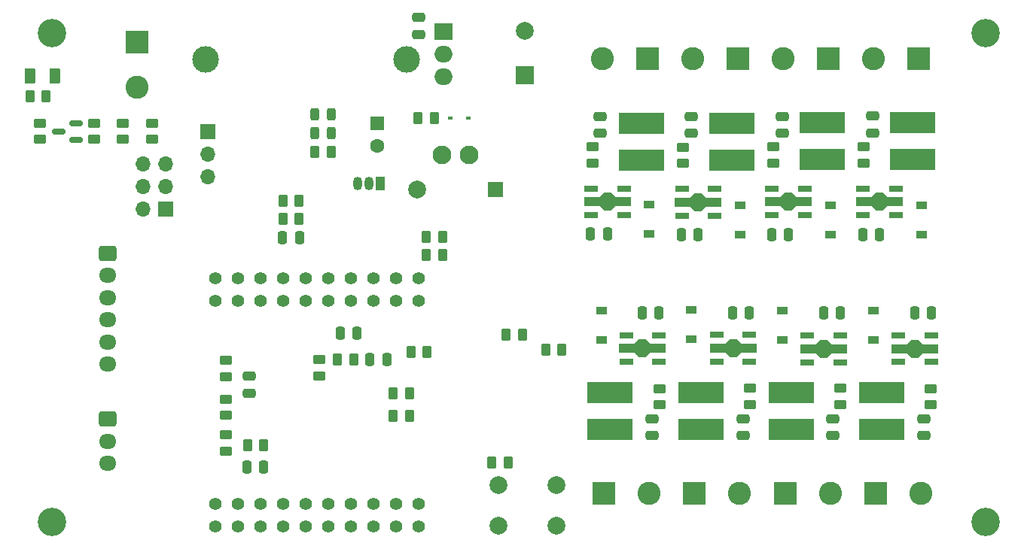
<source format=gts>
G04 #@! TF.GenerationSoftware,KiCad,Pcbnew,6.0.1-79c1e3a40b~116~ubuntu20.04.1*
G04 #@! TF.CreationDate,2022-02-07T23:27:11+01:00*
G04 #@! TF.ProjectId,CC dimmer low voltage,43432064-696d-46d6-9572-206c6f772076,0.996*
G04 #@! TF.SameCoordinates,Original*
G04 #@! TF.FileFunction,Soldermask,Top*
G04 #@! TF.FilePolarity,Negative*
%FSLAX46Y46*%
G04 Gerber Fmt 4.6, Leading zero omitted, Abs format (unit mm)*
G04 Created by KiCad (PCBNEW 6.0.1-79c1e3a40b~116~ubuntu20.04.1) date 2022-02-07 23:27:11*
%MOMM*%
%LPD*%
G01*
G04 APERTURE LIST*
G04 Aperture macros list*
%AMRoundRect*
0 Rectangle with rounded corners*
0 $1 Rounding radius*
0 $2 $3 $4 $5 $6 $7 $8 $9 X,Y pos of 4 corners*
0 Add a 4 corners polygon primitive as box body*
4,1,4,$2,$3,$4,$5,$6,$7,$8,$9,$2,$3,0*
0 Add four circle primitives for the rounded corners*
1,1,$1+$1,$2,$3*
1,1,$1+$1,$4,$5*
1,1,$1+$1,$6,$7*
1,1,$1+$1,$8,$9*
0 Add four rect primitives between the rounded corners*
20,1,$1+$1,$2,$3,$4,$5,0*
20,1,$1+$1,$4,$5,$6,$7,0*
20,1,$1+$1,$6,$7,$8,$9,0*
20,1,$1+$1,$8,$9,$2,$3,0*%
%AMFreePoly0*
4,1,13,0.900000,0.500000,2.600000,0.500000,2.600000,-0.500000,0.900000,-0.500000,0.400000,-1.000000,-0.400000,-1.000000,-0.900000,-0.500000,-2.600000,-0.500000,-2.600000,0.500000,-0.900000,0.500000,-0.400000,1.000000,0.400000,1.000000,0.900000,0.500000,0.900000,0.500000,$1*%
G04 Aperture macros list end*
%ADD10C,3.200000*%
%ADD11R,1.500000X0.700000*%
%ADD12FreePoly0,180.000000*%
%ADD13R,2.600000X2.600000*%
%ADD14C,2.600000*%
%ADD15FreePoly0,0.000000*%
%ADD16R,1.050000X1.500000*%
%ADD17O,1.050000X1.500000*%
%ADD18R,0.600000X0.450000*%
%ADD19R,2.000000X1.905000*%
%ADD20O,2.000000X1.905000*%
%ADD21C,3.000000*%
%ADD22RoundRect,0.250000X0.250000X0.475000X-0.250000X0.475000X-0.250000X-0.475000X0.250000X-0.475000X0*%
%ADD23RoundRect,0.250000X0.475000X-0.250000X0.475000X0.250000X-0.475000X0.250000X-0.475000X-0.250000X0*%
%ADD24RoundRect,0.250000X-0.250000X-0.475000X0.250000X-0.475000X0.250000X0.475000X-0.250000X0.475000X0*%
%ADD25RoundRect,0.250000X-0.475000X0.250000X-0.475000X-0.250000X0.475000X-0.250000X0.475000X0.250000X0*%
%ADD26R,2.000000X2.000000*%
%ADD27C,2.000000*%
%ADD28R,1.200000X0.900000*%
%ADD29RoundRect,0.250000X0.450000X-0.262500X0.450000X0.262500X-0.450000X0.262500X-0.450000X-0.262500X0*%
%ADD30RoundRect,0.250000X-0.450000X0.262500X-0.450000X-0.262500X0.450000X-0.262500X0.450000X0.262500X0*%
%ADD31R,5.100000X2.350000*%
%ADD32RoundRect,0.250000X-0.262500X-0.450000X0.262500X-0.450000X0.262500X0.450000X-0.262500X0.450000X0*%
%ADD33RoundRect,0.250000X0.375000X0.625000X-0.375000X0.625000X-0.375000X-0.625000X0.375000X-0.625000X0*%
%ADD34R,1.600000X1.600000*%
%ADD35C,1.600000*%
%ADD36C,1.400000*%
%ADD37R,1.700000X1.700000*%
%ADD38O,1.700000X1.700000*%
%ADD39RoundRect,0.243750X-0.243750X-0.456250X0.243750X-0.456250X0.243750X0.456250X-0.243750X0.456250X0*%
%ADD40RoundRect,0.250000X-0.725000X0.600000X-0.725000X-0.600000X0.725000X-0.600000X0.725000X0.600000X0*%
%ADD41O,1.950000X1.700000*%
%ADD42RoundRect,0.250000X0.262500X0.450000X-0.262500X0.450000X-0.262500X-0.450000X0.262500X-0.450000X0*%
%ADD43RoundRect,0.150000X0.587500X0.150000X-0.587500X0.150000X-0.587500X-0.150000X0.587500X-0.150000X0*%
%ADD44C,2.100000*%
G04 APERTURE END LIST*
D10*
X207470000Y-62580000D03*
X102470000Y-117580000D03*
X207470000Y-117580000D03*
D11*
X197352000Y-83075000D03*
D12*
X195502000Y-81575000D03*
D11*
X197352000Y-80075000D03*
X193652000Y-80075000D03*
X193652000Y-83075000D03*
X176982000Y-83105000D03*
D12*
X175132000Y-81605000D03*
D11*
X176982000Y-80105000D03*
X173282000Y-80105000D03*
X173282000Y-83105000D03*
D13*
X169452000Y-65467000D03*
D14*
X164372000Y-65467000D03*
D11*
X166772000Y-83065000D03*
D12*
X164922000Y-81565000D03*
D11*
X166772000Y-80065000D03*
X163072000Y-80065000D03*
X163072000Y-83065000D03*
D13*
X179602000Y-65465000D03*
D14*
X174522000Y-65465000D03*
D11*
X167012000Y-96585000D03*
D15*
X168862000Y-98085000D03*
D11*
X167012000Y-99585000D03*
X170712000Y-99585000D03*
X170712000Y-96585000D03*
X177192000Y-96555000D03*
D15*
X179042000Y-98055000D03*
D11*
X177192000Y-99555000D03*
X180892000Y-99555000D03*
X180892000Y-96555000D03*
X187412000Y-96625000D03*
D15*
X189262000Y-98125000D03*
D11*
X187412000Y-99625000D03*
X191112000Y-99625000D03*
X191112000Y-96625000D03*
X197622000Y-96605000D03*
D15*
X199472000Y-98105000D03*
D11*
X197622000Y-99605000D03*
X201322000Y-99605000D03*
X201322000Y-96605000D03*
D13*
X164532000Y-114415000D03*
D14*
X169612000Y-114415000D03*
D13*
X174712000Y-114415000D03*
D14*
X179792000Y-114415000D03*
D13*
X184882000Y-114415000D03*
D14*
X189962000Y-114415000D03*
D13*
X195052000Y-114415000D03*
D14*
X200132000Y-114415000D03*
D13*
X189752000Y-65455000D03*
D14*
X184672000Y-65455000D03*
D16*
X139352000Y-79545000D03*
D17*
X138082000Y-79545000D03*
X136812000Y-79545000D03*
D13*
X199902000Y-65445000D03*
D14*
X194822000Y-65445000D03*
D11*
X187132000Y-83075000D03*
D12*
X185282000Y-81575000D03*
D11*
X187132000Y-80075000D03*
X183432000Y-80075000D03*
X183432000Y-83075000D03*
D18*
X149302000Y-72115000D03*
X147202000Y-72115000D03*
D19*
X146447000Y-62405000D03*
D20*
X146447000Y-64945000D03*
X146447000Y-67485000D03*
D21*
X142292000Y-65545000D03*
X119692000Y-65545000D03*
D22*
X164902000Y-85185000D03*
X163002000Y-85185000D03*
D23*
X164132000Y-73865000D03*
X164132000Y-71965000D03*
D22*
X175112000Y-85255000D03*
X173212000Y-85255000D03*
D23*
X174322000Y-73855000D03*
X174322000Y-71955000D03*
D22*
X185282000Y-85235000D03*
X183382000Y-85235000D03*
D23*
X184542000Y-73845000D03*
X184542000Y-71945000D03*
X194722000Y-73825000D03*
X194722000Y-71925000D03*
D24*
X199472000Y-94065000D03*
X201372000Y-94065000D03*
D25*
X200492000Y-105995000D03*
X200492000Y-107895000D03*
D24*
X189232000Y-94085000D03*
X191132000Y-94085000D03*
D25*
X190262000Y-105985000D03*
X190262000Y-107885000D03*
X180142000Y-105985000D03*
X180142000Y-107885000D03*
D24*
X168802000Y-94095000D03*
X170702000Y-94095000D03*
D25*
X169922000Y-105975000D03*
X169922000Y-107875000D03*
D23*
X143702000Y-62715000D03*
X143702000Y-60815000D03*
D22*
X195502000Y-85245000D03*
X193602000Y-85245000D03*
D26*
X155640000Y-67317677D03*
D27*
X155640000Y-62317677D03*
D28*
X169562000Y-85205000D03*
X169562000Y-81905000D03*
X179842000Y-85235000D03*
X179842000Y-81935000D03*
X190032000Y-85275000D03*
X190032000Y-81975000D03*
X200212000Y-85295000D03*
X200212000Y-81995000D03*
X194832000Y-93795000D03*
X194832000Y-97095000D03*
X184622000Y-93785000D03*
X184622000Y-97085000D03*
X174372000Y-93765000D03*
X174372000Y-97065000D03*
X164222000Y-93785000D03*
X164222000Y-97085000D03*
D24*
X178992000Y-94085000D03*
X180892000Y-94085000D03*
D29*
X163242000Y-77217500D03*
X163242000Y-75392500D03*
X173372000Y-77227500D03*
X173372000Y-75402500D03*
X183522000Y-77207500D03*
X183522000Y-75382500D03*
X193752000Y-77177500D03*
X193752000Y-75352500D03*
D30*
X201272000Y-102602500D03*
X201272000Y-104427500D03*
X180972000Y-102562500D03*
X180972000Y-104387500D03*
X170752000Y-102582500D03*
X170752000Y-104407500D03*
X191092000Y-102562500D03*
X191092000Y-104387500D03*
D10*
X102490000Y-62580000D03*
D31*
X168742000Y-76850000D03*
X168742000Y-72700000D03*
X178872000Y-76850000D03*
X178872000Y-72700000D03*
X189072000Y-76790000D03*
X189072000Y-72640000D03*
X199242000Y-76810000D03*
X199242000Y-72660000D03*
X195782000Y-103020000D03*
X195782000Y-107170000D03*
X185592000Y-103050000D03*
X185592000Y-107200000D03*
X175412000Y-103040000D03*
X175412000Y-107190000D03*
X165202000Y-103040000D03*
X165202000Y-107190000D03*
D32*
X143629500Y-72125000D03*
X145454500Y-72125000D03*
D33*
X102780000Y-67363750D03*
X99980000Y-67363750D03*
D34*
X139032000Y-72762621D03*
D35*
X139032000Y-75262621D03*
D22*
X136770000Y-96370000D03*
X134870000Y-96370000D03*
D36*
X120792000Y-118115000D03*
X120792000Y-115575000D03*
X123332000Y-118115000D03*
X123332000Y-115575000D03*
X125872000Y-118115000D03*
X125872000Y-115575000D03*
X128412000Y-118115000D03*
X128412000Y-115575000D03*
X130952000Y-118115000D03*
X130952000Y-115575000D03*
X133492000Y-118115000D03*
X133492000Y-115575000D03*
X136032000Y-118115000D03*
X136032000Y-115575000D03*
X138572000Y-118115000D03*
X138572000Y-115575000D03*
X141112000Y-118115000D03*
X141112000Y-115575000D03*
X143652000Y-118115000D03*
X143652000Y-115575000D03*
X120792000Y-92715000D03*
X120792000Y-90175000D03*
X123332000Y-92715000D03*
X123332000Y-90175000D03*
X125872000Y-92715000D03*
X125872000Y-90175000D03*
X128412000Y-92715000D03*
X128412000Y-90175000D03*
X130952000Y-92715000D03*
X130952000Y-90175000D03*
X133492000Y-92715000D03*
X133492000Y-90175000D03*
X136032000Y-92715000D03*
X136032000Y-90175000D03*
X138572000Y-92715000D03*
X138572000Y-90175000D03*
X141112000Y-92715000D03*
X141112000Y-90175000D03*
X143652000Y-92715000D03*
X143652000Y-90175000D03*
D13*
X112057000Y-63580000D03*
D14*
X112057000Y-68660000D03*
D37*
X115262000Y-82405000D03*
D38*
X112722000Y-82405000D03*
X115262000Y-79865000D03*
X112722000Y-79865000D03*
X115262000Y-77325000D03*
X112722000Y-77325000D03*
D39*
X131994500Y-73825000D03*
X133869500Y-73825000D03*
D40*
X108722000Y-87365000D03*
D41*
X108722000Y-89865000D03*
X108722000Y-92365000D03*
X108722000Y-94865000D03*
X108722000Y-97365000D03*
X108722000Y-99865000D03*
D40*
X108712000Y-106035000D03*
D41*
X108712000Y-108535000D03*
X108712000Y-111035000D03*
D42*
X133854500Y-75965000D03*
X132029500Y-75965000D03*
D32*
X99987500Y-69663750D03*
X101812500Y-69663750D03*
D22*
X126272000Y-111455000D03*
X124372000Y-111455000D03*
D25*
X124612000Y-101215000D03*
X124612000Y-103115000D03*
D30*
X122032000Y-107782500D03*
X122032000Y-109607500D03*
D42*
X126264500Y-108965000D03*
X124439500Y-108965000D03*
D29*
X122022000Y-105605000D03*
X122022000Y-103780000D03*
D30*
X122052000Y-99412500D03*
X122052000Y-101237500D03*
D29*
X132542000Y-101177500D03*
X132542000Y-99352500D03*
D42*
X136374500Y-99335000D03*
X134549500Y-99335000D03*
D24*
X138202000Y-99345000D03*
X140102000Y-99345000D03*
D32*
X128429500Y-81425000D03*
X130254500Y-81425000D03*
D43*
X105129500Y-74596234D03*
X105129500Y-72696234D03*
X103254500Y-73646234D03*
D32*
X140839500Y-103135000D03*
X142664500Y-103135000D03*
D30*
X113702000Y-72713734D03*
X113702000Y-74538734D03*
X110422000Y-72713734D03*
X110422000Y-74538734D03*
D37*
X119982000Y-73635000D03*
D38*
X119982000Y-76175000D03*
X119982000Y-78715000D03*
D32*
X151919500Y-110925000D03*
X153744500Y-110925000D03*
D30*
X101122000Y-72723734D03*
X101122000Y-74548734D03*
D32*
X142809500Y-98505000D03*
X144634500Y-98505000D03*
X128439500Y-83485000D03*
X130264500Y-83485000D03*
D39*
X131984500Y-71685000D03*
X133859500Y-71685000D03*
D32*
X153517500Y-96560000D03*
X155342500Y-96560000D03*
D30*
X107222000Y-72713734D03*
X107222000Y-74538734D03*
D24*
X128402000Y-85565000D03*
X130302000Y-85565000D03*
D32*
X144549500Y-85475000D03*
X146374500Y-85475000D03*
D37*
X152334250Y-80148500D03*
X152334250Y-80148500D03*
D27*
X143482250Y-80148500D03*
X143482250Y-80148500D03*
D44*
X149365250Y-76299500D03*
X146317250Y-76299500D03*
D32*
X140839500Y-105685000D03*
X142664500Y-105685000D03*
D42*
X159804500Y-98205000D03*
X157979500Y-98205000D03*
D32*
X144539500Y-87535000D03*
X146364500Y-87535000D03*
D27*
X152652000Y-117995000D03*
X159152000Y-117995000D03*
X159152000Y-113495000D03*
X152652000Y-113495000D03*
M02*

</source>
